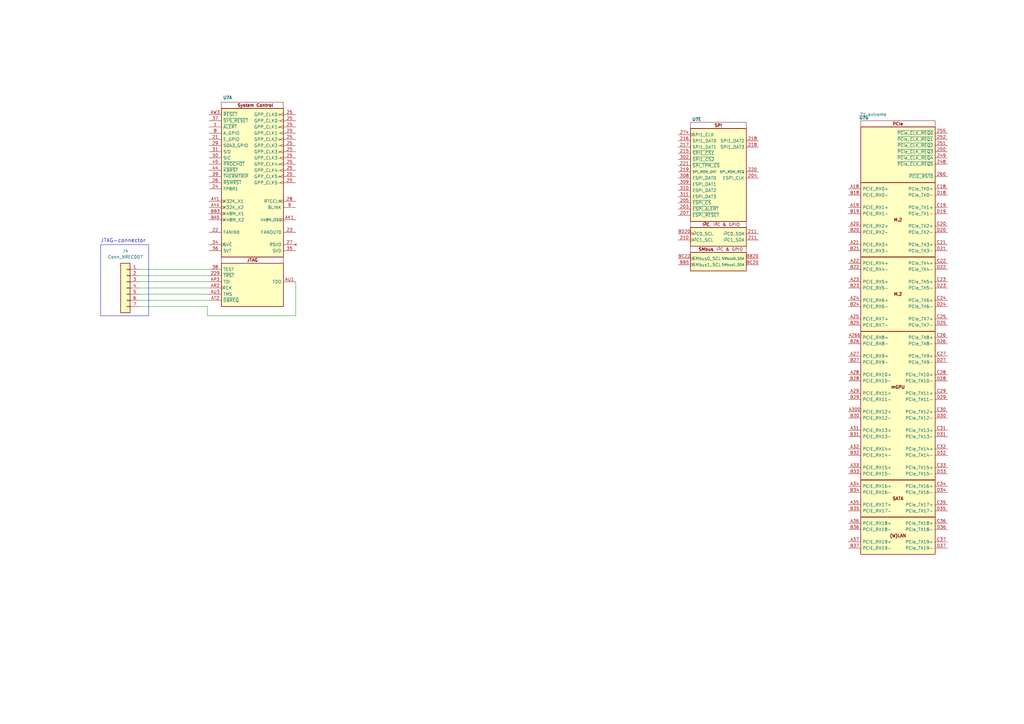
<source format=kicad_sch>
(kicad_sch (version 20230121) (generator eeschema)
  (paper "A3")
  (title_block (date "2023-05-06") (rev "A-A"))
  (lib_symbols
    (symbol "LRJ-parts:AMD_Z1_extreme_testpins" (pin_names (offset 0.7))
      (property "Reference" "U" (at -15.24 91.44 0))
      (property "Value" "Z1 extreme" (at -10.16 88.9 0))
      (symbol "AMD_Z1_extreme_testpins_1_0"
        (pin output line (at -17.78 30.48 0) (length 5.08) (name "~{ALERT}") (number "1"))
        (pin bidirectional line (at -17.78 25.4 0) (length 5.08) (name "E_GPIO") (number "21"))
        (pin input line (at -17.78 -12.7 0) (length 5.08) (name "FANIN0") (number "22"))
        (pin input line (at -17.78 -30.48 0) (length 5.08) (name "~{TRST}") (number "229"))
        (pin output line (at 17.78 -12.7 180) (length 5.08) (name "FANOUT0") (number "23"))
        (pin passive line (at -17.78 5.08 0) (length 5.08) (name "FP8R1") (number "24"))
        (pin output clock (at 17.78 35.56 180) (length 5.08) (name "GPP_CLK0+") (number "25"))
        (pin output clock (at 17.78 33.02 180) (length 5.08) (name "GPP_CLK0-") (number "25"))
        (pin output clock (at 17.78 30.48 180) (length 5.08) (name "GPP_CLK1+") (number "25"))
        (pin output clock (at 17.78 27.94 180) (length 5.08) (name "GPP_CLK1-") (number "25"))
        (pin output clock (at 17.78 25.4 180) (length 5.08) (name "GPP_CLK2+") (number "25"))
        (pin output clock (at 17.78 22.86 180) (length 5.08) (name "GPP_CLK2-") (number "25"))
        (pin output clock (at 17.78 20.32 180) (length 5.08) (name "GPP_CLK3+") (number "25"))
        (pin output clock (at 17.78 17.78 180) (length 5.08) (name "GPP_CLK3-") (number "25"))
        (pin output clock (at 17.78 15.24 180) (length 5.08) (name "GPP_CLK4+") (number "25"))
        (pin output clock (at 17.78 12.7 180) (length 5.08) (name "GPP_CLK4-") (number "25"))
        (pin output clock (at 17.78 10.16 180) (length 5.08) (name "GPP_CLK5+") (number "25"))
        (pin output clock (at 17.78 7.62 180) (length 5.08) (name "GPP_CLK5-") (number "25"))
        (pin input line (at -17.78 7.62 0) (length 5.08) (name "~{RSMRST}") (number "26"))
        (pin no_connect line (at 17.78 -17.78 180) (length 5.08) (name "RSVD") (number "27"))
        (pin output clock (at 17.78 0 180) (length 5.08) (name "RTCCLK") (number "28"))
        (pin bidirectional line (at -17.78 22.86 0) (length 5.08) (name "S0A3_GPIO") (number "29"))
        (pin output line (at -17.78 17.78 0) (length 5.08) (name "SIC") (number "30"))
        (pin bidirectional line (at -17.78 20.32 0) (length 5.08) (name "SID") (number "31"))
        (pin input clock (at -17.78 -17.78 0) (length 5.08) (name "SVC") (number "34"))
        (pin bidirectional line (at 17.78 -20.32 180) (length 5.08) (name "SVD") (number "35"))
        (pin input line (at -17.78 -20.32 0) (length 5.08) (name "SVT") (number "36"))
        (pin input line (at -17.78 33.02 0) (length 5.08) (name "~{SYS_RESET}") (number "37"))
        (pin input line (at -17.78 -27.94 0) (length 5.08) (name "TEST") (number "38"))
        (pin output line (at -17.78 10.16 0) (length 5.08) (name "~{THERMTRIP}") (number "39"))
        (pin input line (at -17.78 12.7 0) (length 5.08) (name "~{KBRST}") (number "44"))
        (pin input line (at -17.78 15.24 0) (length 5.08) (name "~{PROCHOT}") (number "45"))
        (pin bidirectional line (at -17.78 27.94 0) (length 5.08) (name "A_GPIO") (number "8"))
        (pin output line (at 17.78 -2.54 180) (length 5.08) (name "BLINK") (number "9"))
        (pin output clock (at 17.78 -7.62 180) (length 5.08) (name "X48M_OSC") (number "AK1"))
        (pin input line (at -17.78 -33.02 0) (length 5.08) (name "TDI") (number "AP3"))
        (pin input clock (at -17.78 -35.56 0) (length 5.08) (name "TCK") (number "AR2"))
        (pin input line (at -17.78 -40.64 0) (length 5.08) (name "~{DBREQ}") (number "AT2"))
        (pin output line (at 17.78 -33.02 180) (length 5.08) (name "TDO") (number "AU1"))
        (pin input line (at -17.78 -38.1 0) (length 5.08) (name "TMS") (number "AU3"))
        (pin input line (at -17.78 35.56 0) (length 5.08) (name "~{RESET}") (number "AW3"))
        (pin input clock (at -17.78 0 0) (length 5.08) (name "X32K_X1") (number "AY1"))
        (pin input clock (at -17.78 -2.54 0) (length 5.08) (name "X32K_X2") (number "AY4"))
        (pin input clock (at -17.78 -7.62 0) (length 5.08) (name "X48M_X2") (number "BA5"))
        (pin input clock (at -17.78 -5.08 0) (length 5.08) (name "X48M_X1") (number "BB3"))
      )
      (symbol "AMD_Z1_extreme_testpins_1_1"
        (text "JTAG" (at 0 -24.13 0) (effects (font (size 1.27 1.27) bold)))
        (text "System Control" (at 1.27 39.37 0) (effects (font (size 1.27 1.27) bold)))
      )
      (symbol "AMD_Z1_extreme_testpins_2_0"
        (pin bidirectional line (at -17.78 -17.78 0) (length 5.08) (name "MAA_DATA8") (number "100"))
        (pin bidirectional line (at -17.78 -20.32 0) (length 5.08) (name "MAA_DATA9") (number "101"))
        (pin output line (at 17.78 15.24 180) (length 5.08) (name "MAA_DM0") (number "102"))
        (pin output line (at 17.78 12.7 180) (length 5.08) (name "MAA_DM1") (number "103"))
        (pin output line (at 17.78 10.16 180) (length 5.08) (name "MAA_DM2") (number "104"))
        (pin output line (at 17.78 7.62 180) (length 5.08) (name "MAA_DM3") (number "105"))
        (pin bidirectional line (at -17.78 33.02 0) (length 5.08) (name "MAA_DQS_0") (number "106"))
        (pin bidirectional line (at -17.78 30.48 0) (length 5.08) (name "MAA_DQS_1") (number "107"))
        (pin bidirectional line (at -17.78 27.94 0) (length 5.08) (name "MAA_DQS_2") (number "108"))
        (pin bidirectional line (at -17.78 25.4 0) (length 5.08) (name "MAA_DQS_3") (number "109"))
        (pin bidirectional line (at -17.78 22.86 0) (length 5.08) (name "MAA_DQS_4") (number "110"))
        (pin output clock (at 17.78 -45.72 180) (length 5.08) (name "~{MAA0_CLK_0}") (number "111"))
        (pin output clock (at 17.78 -48.26 180) (length 5.08) (name "~{MAA0_CLK_1}") (number "112"))
        (pin output clock (at 17.78 -55.88 180) (length 5.08) (name "~{MAA1_CLK_0}") (number "113"))
        (pin bidirectional line (at -17.78 17.78 0) (length 5.08) (name "~{MAA_DQS_0}") (number "115"))
        (pin bidirectional line (at -17.78 15.24 0) (length 5.08) (name "~{MAA_DQS_1}") (number "116"))
        (pin bidirectional line (at -17.78 12.7 0) (length 5.08) (name "~{MAA_DQS_2}") (number "117"))
        (pin bidirectional line (at -17.78 10.16 0) (length 5.08) (name "~{MAA_DQS_3}") (number "118"))
        (pin bidirectional line (at -17.78 7.62 0) (length 5.08) (name "~{MAA_DQS_4}") (number "119"))
        (pin input line (at -17.78 53.34 0) (length 5.08) (name "~{MA_ALERT}") (number "120"))
        (pin input line (at -17.78 50.8 0) (length 5.08) (name "~{MA_RESET}") (number "121"))
        (pin output clock (at 17.78 -40.64 180) (length 5.08) (name "MAA0_CLK_0") (number "47"))
        (pin output clock (at 17.78 -43.18 180) (length 5.08) (name "MAA0_CLK_1") (number "48"))
        (pin output clock (at 17.78 -53.34 180) (length 5.08) (name "MAA1_CLK_0") (number "50"))
        (pin output line (at 17.78 53.34 180) (length 5.08) (name "MAA_CA0") (number "52"))
        (pin output line (at 17.78 50.8 180) (length 5.08) (name "MAA_CA1") (number "53"))
        (pin output line (at 17.78 27.94 180) (length 5.08) (name "MAA_CA10") (number "54"))
        (pin output line (at 17.78 25.4 180) (length 5.08) (name "MAA_CA11") (number "55"))
        (pin output line (at 17.78 22.86 180) (length 5.08) (name "MAA_CA12") (number "56"))
        (pin output line (at 17.78 20.32 180) (length 5.08) (name "MAA_CA13") (number "57"))
        (pin output line (at 17.78 48.26 180) (length 5.08) (name "MAA_CA2") (number "58"))
        (pin output line (at 17.78 45.72 180) (length 5.08) (name "MAA_CA3") (number "59"))
        (pin output line (at 17.78 43.18 180) (length 5.08) (name "MAA_CA4") (number "60"))
        (pin output line (at 17.78 40.64 180) (length 5.08) (name "MAA_CA5") (number "61"))
        (pin output line (at 17.78 38.1 180) (length 5.08) (name "MAA_CA6") (number "62"))
        (pin output line (at 17.78 35.56 180) (length 5.08) (name "MAA_CA7") (number "63"))
        (pin output line (at 17.78 33.02 180) (length 5.08) (name "MAA_CA8") (number "64"))
        (pin output line (at 17.78 30.48 180) (length 5.08) (name "MAA_CA9") (number "65"))
        (pin input line (at -17.78 45.72 0) (length 5.08) (name "MAA_CHECK0") (number "66"))
        (pin input line (at -17.78 43.18 0) (length 5.08) (name "MAA_CHECK1") (number "67"))
        (pin input line (at -17.78 40.64 0) (length 5.08) (name "MAA_CHECK2") (number "68"))
        (pin input line (at -17.78 38.1 0) (length 5.08) (name "MAA_CHECK3") (number "69"))
        (pin bidirectional line (at -17.78 2.54 0) (length 5.08) (name "MAA_DATA0") (number "70"))
        (pin bidirectional line (at -17.78 0 0) (length 5.08) (name "MAA_DATA1") (number "71"))
        (pin bidirectional line (at -17.78 -22.86 0) (length 5.08) (name "MAA_DATA10") (number "72"))
        (pin bidirectional line (at -17.78 -25.4 0) (length 5.08) (name "MAA_DATA11") (number "73"))
        (pin bidirectional line (at -17.78 -27.94 0) (length 5.08) (name "MAA_DATA12") (number "74"))
        (pin bidirectional line (at -17.78 -30.48 0) (length 5.08) (name "MAA_DATA13") (number "75"))
        (pin bidirectional line (at -17.78 -33.02 0) (length 5.08) (name "MAA_DATA14") (number "76"))
        (pin bidirectional line (at -17.78 -35.56 0) (length 5.08) (name "MAA_DATA15") (number "77"))
        (pin bidirectional line (at 17.78 2.54 180) (length 5.08) (name "MAA_DATA16") (number "78"))
        (pin bidirectional line (at 17.78 0 180) (length 5.08) (name "MAA_DATA17") (number "79"))
        (pin bidirectional line (at 17.78 -2.54 180) (length 5.08) (name "MAA_DATA18") (number "80"))
        (pin bidirectional line (at 17.78 -5.08 180) (length 5.08) (name "MAA_DATA19") (number "81"))
        (pin bidirectional line (at -17.78 -2.54 0) (length 5.08) (name "MAA_DATA2") (number "82"))
        (pin bidirectional line (at 17.78 -7.62 180) (length 5.08) (name "MAA_DATA20") (number "83"))
        (pin bidirectional line (at 17.78 -10.16 180) (length 5.08) (name "MAA_DATA21") (number "84"))
        (pin bidirectional line (at 17.78 -12.7 180) (length 5.08) (name "MAA_DATA22") (number "85"))
        (pin bidirectional line (at 17.78 -15.24 180) (length 5.08) (name "MAA_DATA23") (number "86"))
        (pin bidirectional line (at 17.78 -17.78 180) (length 5.08) (name "MAA_DATA24") (number "87"))
        (pin bidirectional line (at 17.78 -20.32 180) (length 5.08) (name "MAA_DATA25") (number "88"))
        (pin bidirectional line (at 17.78 -22.86 180) (length 5.08) (name "MAA_DATA26") (number "89"))
        (pin bidirectional line (at 17.78 -25.4 180) (length 5.08) (name "MAA_DATA27") (number "90"))
        (pin bidirectional line (at 17.78 -27.94 180) (length 5.08) (name "MAA_DATA28") (number "91"))
        (pin bidirectional line (at 17.78 -30.48 180) (length 5.08) (name "MAA_DATA29") (number "92"))
        (pin bidirectional line (at -17.78 -5.08 0) (length 5.08) (name "MAA_DATA3") (number "93"))
        (pin bidirectional line (at 17.78 -33.02 180) (length 5.08) (name "MAA_DATA30") (number "94"))
        (pin bidirectional line (at 17.78 -35.56 180) (length 5.08) (name "MAA_DATA31") (number "95"))
        (pin bidirectional line (at -17.78 -7.62 0) (length 5.08) (name "MAA_DATA4") (number "96"))
        (pin bidirectional line (at -17.78 -10.16 0) (length 5.08) (name "MAA_DATA5") (number "97"))
        (pin bidirectional line (at -17.78 -12.7 0) (length 5.08) (name "MAA_DATA6") (number "98"))
        (pin bidirectional line (at -17.78 -15.24 0) (length 5.08) (name "MAA_DATA7") (number "99"))
      )
      (symbol "AMD_Z1_extreme_testpins_2_1"
        (text "Memory Channel A" (at 0 57.15 0) (effects (font (size 1.27 1.27) bold)))
      )
      (symbol "AMD_Z1_extreme_testpins_3_0"
        (pin output clock (at 17.78 -45.72 180) (length 5.08) (name "~{MAB1_CLK_0}") (number "111"))
        (pin output clock (at 17.78 -48.26 180) (length 5.08) (name "~{MAB1_CLK_1}") (number "112"))
        (pin output clock (at 17.78 -55.88 180) (length 5.08) (name "~{MAA1_CLK_1}") (number "114"))
        (pin output line (at 17.78 53.34 180) (length 5.08) (name "MAB_CA0") (number "123"))
        (pin output line (at 17.78 50.8 180) (length 5.08) (name "MAB_CA1") (number "124"))
        (pin output line (at 17.78 27.94 180) (length 5.08) (name "MAB_CA10") (number "125"))
        (pin output line (at 17.78 25.4 180) (length 5.08) (name "MAB_CA11") (number "126"))
        (pin output line (at 17.78 22.86 180) (length 5.08) (name "MAB_CA12") (number "127"))
        (pin output line (at 17.78 20.32 180) (length 5.08) (name "MAB_CA13") (number "128"))
        (pin output line (at 17.78 48.26 180) (length 5.08) (name "MAB_CA2") (number "129"))
        (pin output line (at 17.78 45.72 180) (length 5.08) (name "MAB_CA3") (number "130"))
        (pin output line (at 17.78 43.18 180) (length 5.08) (name "MAB_CA4") (number "131"))
        (pin output line (at 17.78 40.64 180) (length 5.08) (name "MAB_CA5") (number "132"))
        (pin output line (at 17.78 38.1 180) (length 5.08) (name "MAB_CA6") (number "133"))
        (pin output line (at 17.78 35.56 180) (length 5.08) (name "MAB_CA7") (number "134"))
        (pin output line (at 17.78 33.02 180) (length 5.08) (name "MAB_CA8") (number "135"))
        (pin output line (at 17.78 30.48 180) (length 5.08) (name "MAB_CA9") (number "136"))
        (pin input line (at -17.78 45.72 0) (length 5.08) (name "MAB_CHECK0") (number "137"))
        (pin input line (at -17.78 43.18 0) (length 5.08) (name "MAB_CHECK1") (number "138"))
        (pin input line (at -17.78 40.64 0) (length 5.08) (name "MAB_CHECK2") (number "139"))
        (pin input line (at -17.78 38.1 0) (length 5.08) (name "MAB_CHECK3") (number "140"))
        (pin bidirectional line (at -17.78 2.54 0) (length 5.08) (name "MAB_DATA0") (number "141"))
        (pin bidirectional line (at -17.78 0 0) (length 5.08) (name "MAB_DATA1") (number "142"))
        (pin bidirectional line (at -17.78 -22.86 0) (length 5.08) (name "MAB_DATA10") (number "143"))
        (pin bidirectional line (at -17.78 -25.4 0) (length 5.08) (name "MAB_DATA11") (number "144"))
        (pin bidirectional line (at -17.78 -27.94 0) (length 5.08) (name "MAB_DATA12") (number "145"))
        (pin bidirectional line (at -17.78 -30.48 0) (length 5.08) (name "MAB_DATA13") (number "146"))
        (pin bidirectional line (at -17.78 -33.02 0) (length 5.08) (name "MAB_DATA14") (number "147"))
        (pin bidirectional line (at -17.78 -35.56 0) (length 5.08) (name "MAB_DATA15") (number "148"))
        (pin bidirectional line (at 17.78 2.54 180) (length 5.08) (name "MAB_DATA16") (number "149"))
        (pin bidirectional line (at 17.78 0 180) (length 5.08) (name "MAB_DATA17") (number "150"))
        (pin bidirectional line (at 17.78 -2.54 180) (length 5.08) (name "MAB_DATA18") (number "151"))
        (pin bidirectional line (at 17.78 -5.08 180) (length 5.08) (name "MAB_DATA19") (number "152"))
        (pin bidirectional line (at -17.78 -2.54 0) (length 5.08) (name "MAB_DATA2") (number "153"))
        (pin bidirectional line (at 17.78 -7.62 180) (length 5.08) (name "MAB_DATA20") (number "154"))
        (pin bidirectional line (at 17.78 -10.16 180) (length 5.08) (name "MAB_DATA21") (number "155"))
        (pin bidirectional line (at 17.78 -12.7 180) (length 5.08) (name "MAB_DATA22") (number "156"))
        (pin bidirectional line (at 17.78 -15.24 180) (length 5.08) (name "MAB_DATA23") (number "157"))
        (pin bidirectional line (at 17.78 -17.78 180) (length 5.08) (name "MAB_DATA24") (number "158"))
        (pin bidirectional line (at 17.78 -20.32 180) (length 5.08) (name "MAB_DATA25") (number "159"))
        (pin bidirectional line (at 17.78 -22.86 180) (length 5.08) (name "MAB_DATA26") (number "160"))
        (pin bidirectional line (at 17.78 -25.4 180) (length 5.08) (name "MAB_DATA27") (number "161"))
        (pin bidirectional line (at 17.78 -27.94 180) (length 5.08) (name "MAB_DATA28") (number "162"))
        (pin bidirectional line (at 17.78 -30.48 180) (length 5.08) (name "MAB_DATA29") (number "163"))
        (pin bidirectional line (at -17.78 -5.08 0) (length 5.08) (name "MAB_DATA3") (number "164"))
        (pin bidirectional line (at 17.78 -33.02 180) (length 5.08) (name "MAB_DATA30") (number "165"))
        (pin bidirectional line (at 17.78 -35.56 180) (length 5.08) (name "MAB_DATA31") (number "166"))
        (pin bidirectional line (at -17.78 -7.62 0) (length 5.08) (name "MAB_DATA4") (number "167"))
        (pin bidirectional line (at -17.78 -10.16 0) (length 5.08) (name "MAB_DATA5") (number "168"))
        (pin bidirectional line (at -17.78 -12.7 0) (length 5.08) (name "MAB_DATA6") (number "169"))
        (pin bidirectional line (at -17.78 -15.24 0) (length 5.08) (name "MAB_DATA7") (number "170"))
        (pin bidirectional line (at -17.78 -17.78 0) (length 5.08) (name "MAB_DATA8") (number "171"))
        (pin bidirectional line (at -17.78 -20.32 0) (length 5.08) (name "MAB_DATA9") (number "172"))
        (pin output line (at 17.78 15.24 180) (length 5.08) (name "MAB_DM0") (number "173"))
        (pin output line (at 17.78 12.7 180) (length 5.08) (name "MAB_DM1") (number "174"))
        (pin input line (at -17.78 50.8 0) (length 5.08) (name "~{MB_RESET}") (number "276"))
        (pin input line (at -17.78 53.34 0) (length 5.08) (name "~{MB_ALERT}") (number "277"))
        (pin bidirectional line (at -17.78 7.62 0) (length 5.08) (name "~{MAB_DQS_4}") (number "278"))
        (pin bidirectional line (at -17.78 10.16 0) (length 5.08) (name "~{MAB_DQS_3}") (number "279"))
        (pin bidirectional line (at -17.78 12.7 0) (length 5.08) (name "~{MAB_DQS_2}") (number "280"))
        (pin bidirectional line (at -17.78 15.24 0) (length 5.08) (name "~{MAB_DQS_1}") (number "281"))
        (pin bidirectional line (at -17.78 17.78 0) (length 5.08) (name "~{MAB_DQS_0}") (number "282"))
        (pin bidirectional line (at -17.78 22.86 0) (length 5.08) (name "MAB_DQS_4") (number "283"))
        (pin bidirectional line (at -17.78 25.4 0) (length 5.08) (name "MAB_DQS_3") (number "284"))
        (pin bidirectional line (at -17.78 27.94 0) (length 5.08) (name "MAB_DQS_2") (number "285"))
        (pin bidirectional line (at -17.78 30.48 0) (length 5.08) (name "MAB_DQS_1") (number "286"))
        (pin bidirectional line (at -17.78 33.02 0) (length 5.08) (name "MAB_DQS_0") (number "287"))
        (pin output line (at 17.78 7.62 180) (length 5.08) (name "MAB_DM3") (number "288"))
        (pin output line (at 17.78 10.16 180) (length 5.08) (name "MAB_DM2") (number "289"))
        (pin output clock (at 17.78 -40.64 180) (length 5.08) (name "MAB1_CLK_0") (number "47"))
        (pin output clock (at 17.78 -43.18 180) (length 5.08) (name "MAB1_CLK_1") (number "48"))
        (pin output clock (at 17.78 -53.34 180) (length 5.08) (name "MAA1_CLK_1") (number "51"))
      )
      (symbol "AMD_Z1_extreme_testpins_3_1"
        (text "Memory Channel B" (at 0 57.15 0) (effects (font (size 1.27 1.27) bold)))
      )
      (symbol "AMD_Z1_extreme_testpins_4_0"
        (pin input line (at -20.32 -27.94 0) (length 5.08) (name "USB1_RX+") (number "175"))
        (pin input line (at -20.32 38.1 0) (length 5.08) (name "USBC0_RX1+") (number "176"))
        (pin input line (at -20.32 35.56 0) (length 5.08) (name "USBC0_RX1-") (number "177"))
        (pin input line (at -20.32 33.02 0) (length 5.08) (name "USBC0_RX2+") (number "178"))
        (pin input line (at -20.32 30.48 0) (length 5.08) (name "USBC0_RX2-") (number "179"))
        (pin input line (at -20.32 27.94 0) (length 5.08) (name "USBC0_SBRX") (number "180"))
        (pin output line (at 20.32 27.94 180) (length 5.08) (name "USBC0_SBTX") (number "181"))
        (pin output line (at 20.32 38.1 180) (length 5.08) (name "USBC0_TX1+") (number "182"))
        (pin output line (at 20.32 35.56 180) (length 5.08) (name "USBC0_TX1-") (number "183"))
        (pin output line (at 20.32 33.02 180) (length 5.08) (name "USBC0_TX2+") (number "184"))
        (pin output line (at 20.32 30.48 180) (length 5.08) (name "USBC0_TX2-") (number "185"))
        (pin input line (at -20.32 22.86 0) (length 5.08) (name "USBC1_RX1+") (number "186"))
        (pin input line (at -20.32 20.32 0) (length 5.08) (name "USBC1_RX1-") (number "187"))
        (pin input line (at -20.32 17.78 0) (length 5.08) (name "USBC1_RX2+") (number "188"))
        (pin input line (at -20.32 15.24 0) (length 5.08) (name "USBC1_RX2-") (number "189"))
        (pin input line (at -20.32 12.7 0) (length 5.08) (name "USBC1_SBRX") (number "190"))
        (pin output line (at 20.32 12.7 180) (length 5.08) (name "USBC1_SBTX") (number "191"))
        (pin output line (at 20.32 22.86 180) (length 5.08) (name "USBC1_TX1+") (number "192"))
        (pin output line (at 20.32 20.32 180) (length 5.08) (name "USBC1_TX1-") (number "193"))
        (pin output line (at 20.32 17.78 180) (length 5.08) (name "USBC1_TX2+") (number "194"))
        (pin output line (at 20.32 15.24 180) (length 5.08) (name "USBC1_TX2-") (number "195"))
        (pin unspecified clock (at -20.32 5.08 0) (length 5.08) (name "USBC_I2C_SCL") (number "196"))
        (pin bidirectional line (at -20.32 7.62 0) (length 5.08) (name "USBC_I2C_SDA") (number "197"))
        (pin output line (at 20.32 7.62 180) (length 5.08) (name "USBC_PD_INT") (number "198"))
        (pin input line (at -20.32 -2.54 0) (length 5.08) (name "USB_BIOS_UPDATE") (number "199"))
        (pin input line (at -20.32 -5.08 0) (length 5.08) (name "~{USB_OC0}") (number "200"))
        (pin input line (at -20.32 -20.32 0) (length 5.08) (name "~{USB_OC1}") (number "201"))
        (pin input line (at -20.32 -38.1 0) (length 5.08) (name "~{USB_OC2}") (number "202"))
        (pin input line (at 20.32 -12.7 180) (length 5.08) (name "USB0_TX+") (number "214"))
        (pin bidirectional line (at -20.32 -40.64 0) (length 5.08) (name "USB2_D+") (number "265"))
        (pin bidirectional line (at -20.32 -7.62 0) (length 5.08) (name "USB0_D+") (number "266"))
        (pin bidirectional line (at -20.32 -43.18 0) (length 5.08) (name "USB2_D-") (number "267"))
        (pin bidirectional line (at -20.32 -10.16 0) (length 5.08) (name "USB0_D-") (number "268"))
        (pin input line (at -20.32 -12.7 0) (length 5.08) (name "USB0_RX+") (number "269"))
        (pin input line (at -20.32 -15.24 0) (length 5.08) (name "USB0_RX-") (number "270"))
        (pin output line (at 20.32 -15.24 180) (length 5.08) (name "USB0_TX-") (number "271"))
        (pin bidirectional line (at -20.32 -22.86 0) (length 5.08) (name "USB1_D+") (number "272"))
        (pin bidirectional line (at -20.32 -25.4 0) (length 5.08) (name "USB1_D-") (number "273"))
        (pin input line (at -20.32 -30.48 0) (length 5.08) (name "USB1_RX-") (number "290"))
        (pin input line (at 20.32 -27.94 180) (length 5.08) (name "USB1_TX+") (number "291"))
        (pin input line (at 20.32 -30.48 180) (length 5.08) (name "USB1_TX-") (number "292"))
      )
      (symbol "AMD_Z1_extreme_testpins_4_1"
        (text "USB 2.0" (at 0 -34.29 0) (effects (font (size 1.27 1.27) bold)))
        (text "USB 3.1" (at 0 1.27 0) (effects (font (size 1.27 1.27) bold)))
        (text "USB 4.0" (at 0 41.91 0) (effects (font (size 1.27 1.27) bold)))
      )
      (symbol "AMD_Z1_extreme_testpins_5_0"
        (pin input line (at -17.78 -5.08 0) (length 5.08) (name "~{ESPI_ALERT}") (number "203"))
        (pin output line (at 15.24 7.62 180) (length 5.08) (name "ESPI_CLK") (number "204"))
        (pin input line (at -17.78 -2.54 0) (length 5.08) (name "~{ESPI_CS}") (number "205"))
        (pin input line (at -17.78 -7.62 0) (length 5.08) (name "~{ESPI_RESET}") (number "207"))
        (pin input clock (at -17.78 -17.78 0) (length 5.08) (name "I^{2}C1_SCL") (number "210"))
        (pin bidirectional line (at 15.24 -15.24 180) (length 5.08) (name "I^{2}C0_SDA") (number "211"))
        (pin bidirectional line (at 15.24 -17.78 180) (length 5.08) (name "I^{2}C1_SDA") (number "211"))
        (pin input line (at -17.78 17.78 0) (length 5.08) (name "~{SPI1_CS1}") (number "215"))
        (pin bidirectional line (at -17.78 22.86 0) (length 5.08) (name "SPI1_DAT0") (number "216"))
        (pin bidirectional line (at -17.78 20.32 0) (length 5.08) (name "SPI1_DAT1") (number "217"))
        (pin bidirectional line (at 15.24 22.86 180) (length 5.08) (name "SPI1_DAT2") (number "218"))
        (pin bidirectional line (at 15.24 20.32 180) (length 5.08) (name "SPI1_DAT3") (number "218"))
        (pin input line (at -17.78 10.16 0) (length 5.08) (name "SPI_ROM_GNT") (number "219"))
        (pin output line (at 15.24 10.16 180) (length 5.08) (name "SPI_ROM_REQ") (number "220"))
        (pin input line (at -17.78 12.7 0) (length 5.08) (name "~{SPI_TPM_CS}") (number "221"))
        (pin output clock (at -17.78 25.4 0) (length 5.08) (name "SPI1_CLK") (number "274"))
        (pin input line (at -17.78 15.24 0) (length 5.08) (name "~{SPI1_CS2}") (number "302"))
        (pin bidirectional line (at -17.78 7.62 0) (length 5.08) (name "ESPI_DAT0") (number "308"))
        (pin bidirectional line (at -17.78 5.08 0) (length 5.08) (name "ESPI_DAT1") (number "309"))
        (pin bidirectional line (at -17.78 2.54 0) (length 5.08) (name "ESPI_DAT2") (number "310"))
        (pin bidirectional line (at -17.78 0 0) (length 5.08) (name "ESPI_DAT3") (number "311"))
        (pin bidirectional line (at 15.24 -25.4 180) (length 5.08) (name "SMbus0_SDA") (number "BB20"))
        (pin input clock (at -17.78 -27.94 0) (length 5.08) (name "SMbus1_SCL") (number "BB5"))
        (pin bidirectional line (at 15.24 -27.94 180) (length 5.08) (name "SMbus1_SDA") (number "BC20"))
        (pin input clock (at -17.78 -25.4 0) (length 5.08) (name "SMbus0_SCL") (number "BC22"))
        (pin input clock (at -17.78 -15.24 0) (length 5.08) (name "I^{2}C0_SCL") (number "BD20"))
      )
      (symbol "AMD_Z1_extreme_testpins_5_1"
        (text ", I^{2}C & GPIO" (at 2.54 -21.59 0) (effects (font (size 1.27 1.27))))
        (text ", I^{3}C & GPIO" (at 1.27 -11.43 0) (effects (font (size 1.27 1.27))))
        (text "I^{2}C" (at -6.35 -11.43 0) (effects (font (size 1.27 1.27) bold)))
        (text "SMbus" (at -6.35 -21.59 0) (effects (font (size 1.27 1.27) bold)))
        (text "SPI" (at -1.27 29.21 0) (effects (font (size 1.27 1.27) bold)))
      )
      (symbol "AMD_Z1_extreme_testpins_6_0"
        (pin input line (at -25.4 -2.54 0) (length 5.08) (name "~{PWR_BTN}") (number "230"))
        (pin input line (at -25.4 -20.32 0) (length 5.08) (name "PWR_GOOD") (number "231"))
        (pin power_in line (at 5.08 38.1 270) (length 5.08) (name "VDDBT_RTC_G") (number "232"))
        (pin power_in line (at -12.7 38.1 270) (length 5.08) (name "VDDCR") (number "233"))
        (pin input line (at -25.4 15.24 0) (length 5.08) (name "VDDCR_SENSE") (number "234"))
        (pin power_in line (at -10.16 38.1 270) (length 5.08) (name "VDDCR_SOC") (number "235"))
        (pin input line (at -25.4 12.7 0) (length 5.08) (name "VDDCR_SOC_SENSE") (number "236"))
        (pin input line (at -25.4 17.78 0) (length 5.08) (name "VDDIO_MEM_S3_SENSE") (number "239"))
        (pin power_in line (at -2.54 38.1 270) (length 5.08) (name "VDD_18") (number "240"))
        (pin power_in line (at 0 38.1 270) (length 5.08) (name "VDD_18_S5") (number "241"))
        (pin power_in line (at -7.62 38.1 270) (length 5.08) (name "VDD_33") (number "242"))
        (pin power_in line (at -5.08 38.1 270) (length 5.08) (name "VDD_33_S5") (number "243"))
        (pin power_in line (at 10.16 38.1 270) (length 5.08) (name "VDD_MISC") (number "244"))
        (pin power_in line (at 2.54 38.1 270) (length 5.08) (name "VDD_MISC_S5") (number "245"))
        (pin input line (at -25.4 7.62 0) (length 5.08) (name "VDD_MISC_S5_SENSE") (number "246"))
        (pin input line (at -25.4 10.16 0) (length 5.08) (name "VDD_MISC_SENSE") (number "247"))
        (pin input line (at -25.4 -25.4 0) (length 5.08) (name "VSS_SENSE_A") (number "253"))
        (pin input line (at -25.4 -27.94 0) (length 5.08) (name "VSS_SENSE_B") (number "254"))
        (pin input line (at -25.4 2.54 0) (length 5.08) (name "~{SLP_S3}") (number "32"))
        (pin input line (at -25.4 0 0) (length 5.08) (name "~{SLP_S5}") (number "32"))
        (pin passive line (at -17.78 -53.34 90) (length 5.08) hide (name "Vss") (number "A10"))
        (pin passive line (at -17.78 -53.34 90) (length 5.08) hide (name "Vss") (number "A12"))
        (pin passive line (at -17.78 -53.34 90) (length 5.08) hide (name "Vss") (number "A14"))
        (pin passive line (at -17.78 -53.34 90) (length 5.08) hide (name "Vss") (number "A16"))
        (pin power_in line (at -17.78 -53.34 90) (length 5.08) (name "Vss") (number "A3"))
        (pin passive line (at -17.78 -53.34 90) (length 5.08) hide (name "Vss") (number "A5"))
        (pin passive line (at -17.78 -53.34 90) (length 5.08) hide (name "Vss") (number "A7"))
        (pin power_in line (at 17.78 38.1 270) (length 5.08) (name "VDDIO_MEM_S3") (number "AC20"))
        (pin passive line (at 20.32 38.1 270) (length 5.08) hide (name "VDDIO_MEM_S3") (number "AC28"))
        (pin passive line (at 20.32 38.1 270) (length 5.08) hide (name "VDDIO_MEM_S3") (number "AD28"))
        (pin passive line (at 17.78 38.1 270) (length 5.08) hide (name "VDDIO_MEM_S3") (number "AE20"))
        (pin power_in line (at 20.32 38.1 270) (length 5.08) (name "VDDIO_MEM_S3") (number "AE28"))
        (pin passive line (at 20.32 38.1 270) (length 5.08) hide (name "VDDIO_MEM_S3") (number "AF28"))
        (pin passive line (at 17.78 38.1 270) (length 5.08) hide (name "VDDIO_MEM_S3") (number "AG20"))
        (pin power_in line (at 22.86 38.1 270) (length 5.08) (name "VDDIO_MEM_S3") (number "AG28"))
        (pin passive line (at 17.78 38.1 270) (length 5.08) hide (name "VDDIO_MEM_S3") (number "AJ20"))
        (pin passive line (at 22.86 38.1 270) (length 5.08) hide (name "VDDIO_MEM_S3") (number "AJ28"))
        (pin passive line (at 22.86 38.1 270) (length 5.08) hide (name "VDDIO_MEM_S3") (number "AK28"))
        (pin passive line (at 22.86 38.1 270) (length 5.08) hide (name "VDDIO_MEM_S3") (number "AL28"))
        (pin power_in line (at 25.4 38.1 270) (length 5.08) (name "VDDIO_MEM_S3") (number "AM28"))
        (pin passive line (at 25.4 38.1 270) (length 5.08) hide (name "VDDIO_MEM_S3") (number "AN28"))
        (pin passive line (at 25.4 38.1 270) (length 5.08) hide (name "VDDIO_MEM_S3") (number "AP28"))
        (pin power_in line (at 12.7 38.1 270) (length 5.08) (name "VDDIO_AUDIO") (number "AP9"))
        (pin passive line (at -7.62 -53.34 90) (length 5.08) hide (name "Vss") (number "AY10"))
        (pin passive line (at -7.62 -53.34 90) (length 5.08) hide (name "Vss") (number "AY11"))
        (pin passive line (at -7.62 -53.34 90) (length 5.08) hide (name "Vss") (number "AY12"))
        (pin passive line (at -7.62 -53.34 90) (length 5.08) hide (name "Vss") (number "AY13"))
        (pin passive line (at -7.62 -53.34 90) (length 5.08) hide (name "Vss") (number "AY14"))
        (pin passive line (at -7.62 -53.34 90) (length 5.08) hide (name "Vss") (number "AY15"))
        (pin passive line (at -7.62 -53.34 90) (length 5.08) hide (name "Vss") (number "AY16"))
        (pin power_in line (at -7.62 -53.34 90) (length 5.08) (name "Vss") (number "AY6"))
        (pin passive line (at -7.62 -53.34 90) (length 5.08) hide (name "Vss") (number "AY7"))
        (pin passive line (at -7.62 -53.34 90) (length 5.08) hide (name "Vss") (number "AY8"))
        (pin input line (at -25.4 -5.08 0) (length 5.08) (name "~{WAKE0}") (number "B28"))
        (pin input line (at -25.4 -7.62 0) (length 5.08) (name "~{WAKE1}") (number "B28"))
        (pin input line (at -25.4 -10.16 0) (length 5.08) (name "~{WAKE2}") (number "B28"))
        (pin input line (at -25.4 -12.7 0) (length 5.08) (name "~{WAKE3}") (number "B28"))
        (pin input line (at -25.4 -15.24 0) (length 5.08) (name "~{WAKE4}") (number "B28"))
        (pin input line (at -25.4 -17.78 0) (length 5.08) (name "~{WAKE5}") (number "B28"))
        (pin power_in line (at -5.08 -53.34 90) (length 5.08) (name "Vss") (number "BD10"))
        (pin passive line (at -5.08 -53.34 90) (length 5.08) hide (name "Vss") (number "BD12"))
        (pin passive line (at -5.08 -53.34 90) (length 5.08) hide (name "Vss") (number "BD14"))
        (pin passive line (at -5.08 -53.34 90) (length 5.08) hide (name "Vss") (number "BD16"))
        (pin passive line (at -2.54 -53.34 90) (length 5.08) hide (name "Vss") (number "BD19"))
        (pin passive line (at -2.54 -53.34 90) (length 5.08) hide (name "Vss") (number "BD21"))
        (pin power_in line (at -2.54 -53.34 90) (length 5.08) (name "Vss") (number "BD23"))
        (pin passive line (at -2.54 -53.34 90) (length 5.08) hide (name "Vss") (number "BD26"))
        (pin passive line (at -5.08 -53.34 90) (length 5.08) hide (name "Vss") (number "BD3"))
        (pin passive line (at -2.54 -53.34 90) (length 5.08) hide (name "Vss") (number "BD30"))
        (pin passive line (at -5.08 -53.34 90) (length 5.08) hide (name "Vss") (number "BD7"))
        (pin passive line (at -17.78 -53.34 90) (length 5.08) hide (name "Vss") (number "C10"))
        (pin passive line (at -17.78 -53.34 90) (length 5.08) hide (name "Vss") (number "C3"))
        (pin passive line (at -15.24 -53.34 90) (length 5.08) hide (name "Vss") (number "E10"))
        (pin passive line (at -15.24 -53.34 90) (length 5.08) hide (name "Vss") (number "E11"))
        (pin passive line (at -15.24 -53.34 90) (length 5.08) hide (name "Vss") (number "E12"))
        (pin passive line (at -15.24 -53.34 90) (length 5.08) hide (name "Vss") (number "E13"))
        (pin passive line (at -15.24 -53.34 90) (length 5.08) hide (name "Vss") (number "E14"))
        (pin passive line (at -15.24 -53.34 90) (length 5.08) hide (name "Vss") (number "E15"))
        (pin passive line (at -15.24 -53.34 90) (length 5.08) hide (name "Vss") (number "E16"))
        (pin power_in line (at -15.24 -53.34 90) (length 5.08) (name "Vss") (number "E7"))
        (pin passive line (at -15.24 -53.34 90) (length 5.08) hide (name "Vss") (number "E8"))
        (pin passive line (at -15.24 -53.34 90) (length 5.08) hide (name "Vss") (number "E9"))
        (pin passive line (at -12.7 -53.34 90) (length 5.08) hide (name "Vss") (number "F5"))
        (pin power_in line (at -12.7 -53.34 90) (length 5.08) (name "Vss") (number "G1"))
        (pin passive line (at -12.7 -53.34 90) (length 5.08) hide (name "Vss") (number "G16"))
        (pin passive line (at -12.7 -53.34 90) (length 5.08) hide (name "Vss") (number "G3"))
        (pin passive line (at -12.7 -53.34 90) (length 5.08) hide (name "Vss") (number "G5"))
        (pin passive line (at -10.16 -53.34 90) (length 5.08) hide (name "Vss") (number "H13"))
        (pin passive line (at -10.16 -53.34 90) (length 5.08) hide (name "Vss") (number "H5"))
        (pin power_in line (at -10.16 -53.34 90) (length 5.08) (name "Vss") (number "K1"))
        (pin passive line (at -10.16 -53.34 90) (length 5.08) hide (name "Vss") (number "K16"))
        (pin passive line (at -10.16 -53.34 90) (length 5.08) hide (name "Vss") (number "K3"))
        (pin passive line (at -10.16 -53.34 90) (length 5.08) hide (name "Vss") (number "K5"))
        (pin passive line (at -10.16 -53.34 90) (length 5.08) hide (name "Vss") (number "L13"))
        (pin passive line (at -10.16 -53.34 90) (length 5.08) hide (name "Vss") (number "L15"))
        (pin passive line (at -10.16 -53.34 90) (length 5.08) hide (name "Vss") (number "L5"))
      )
      (symbol "AMD_Z1_extreme_testpins_6_1"
        (text "A" (at -13.97 -32.131 0) (effects (font (size 0.33 0.33))))
        (text "K" (at -14.605 -35.56 0) (effects (font (size 0.33 0.33))))
      )
      (symbol "AMD_Z1_extreme_testpins_7_0"
        (pin output line (at 20.32 68.58 180) (length 5.08) (name "~{PCIe_CLK_REQ5}") (number "248"))
        (pin output line (at 20.32 71.12 180) (length 5.08) (name "~{PCIe_CLK_REQ4}") (number "249"))
        (pin output line (at 20.32 73.66 180) (length 5.08) (name "~{PCIe_CLK_REQ3}") (number "250"))
        (pin output line (at 20.32 76.2 180) (length 5.08) (name "~{PCIe_CLK_REQ2}") (number "251"))
        (pin output line (at 20.32 78.74 180) (length 5.08) (name "~{PCIe_CLK_REQ1}") (number "252"))
        (pin output line (at 20.32 81.28 180) (length 5.08) (name "~{PCIe_CLK_REQ0}") (number "255"))
        (pin output line (at 20.32 63.5 180) (length 5.08) (name "~{PCIE_RST0}") (number "260"))
        (pin input line (at -20.32 58.42 0) (length 5.08) (name "PCIE_RX0+") (number "A18"))
        (pin input line (at -20.32 50.8 0) (length 5.08) (name "PCIE_RX1+") (number "A19"))
        (pin input line (at -20.32 43.18 0) (length 5.08) (name "PCIE_RX2+") (number "A20"))
        (pin input line (at -20.32 35.56 0) (length 5.08) (name "PCIE_RX3+") (number "A21"))
        (pin input line (at -20.32 27.94 0) (length 5.08) (name "PCIE_RX4+") (number "A22"))
        (pin input line (at -20.32 20.32 0) (length 5.08) (name "PCIE_RX5+") (number "A23"))
        (pin input line (at -20.32 12.7 0) (length 5.08) (name "PCIE_RX6+") (number "A24"))
        (pin input line (at -20.32 5.08 0) (length 5.08) (name "PCIE_RX7+") (number "A25"))
        (pin input line (at -20.32 -2.54 0) (length 5.08) (name "PCIE_RX8+") (number "A266"))
        (pin input line (at -20.32 -10.16 0) (length 5.08) (name "PCIE_RX9+") (number "A27"))
        (pin input line (at -20.32 -17.78 0) (length 5.08) (name "PCIE_RX10+") (number "A28"))
        (pin input line (at -20.32 -25.4 0) (length 5.08) (name "PCIE_RX11+") (number "A29"))
        (pin input line (at -20.32 -33.02 0) (length 5.08) (name "PCIE_RX12+") (number "A300"))
        (pin input line (at -20.32 -40.64 0) (length 5.08) (name "PCIE_RX13+") (number "A31"))
        (pin input line (at -20.32 -48.26 0) (length 5.08) (name "PCIE_RX14+") (number "A32"))
        (pin input line (at -20.32 -55.88 0) (length 5.08) (name "PCIE_RX15+") (number "A33"))
        (pin input line (at -20.32 -63.5 0) (length 5.08) (name "PCIE_RX16+") (number "A34"))
        (pin input line (at -20.32 -71.12 0) (length 5.08) (name "PCIE_RX17+") (number "A35"))
        (pin input line (at -20.32 -78.74 0) (length 5.08) (name "PCIE_RX18+") (number "A36"))
        (pin input line (at -20.32 -86.36 0) (length 5.08) (name "PCIE_RX19+") (number "A37"))
        (pin input line (at -20.32 55.88 0) (length 5.08) (name "PCIE_RX0-") (number "B18"))
        (pin input line (at -20.32 48.26 0) (length 5.08) (name "PCIE_RX1-") (number "B19"))
        (pin input line (at -20.32 40.64 0) (length 5.08) (name "PCIE_RX2-") (number "B20"))
        (pin input line (at -20.32 33.02 0) (length 5.08) (name "PCIE_RX3-") (number "B21"))
        (pin input line (at -20.32 25.4 0) (length 5.08) (name "PCIE_RX4-") (number "B22"))
        (pin input line (at -20.32 17.78 0) (length 5.08) (name "PCIE_RX5-") (number "B23"))
        (pin input line (at -20.32 10.16 0) (length 5.08) (name "PCIE_RX6-") (number "B24"))
        (pin input line (at -20.32 2.54 0) (length 5.08) (name "PCIE_RX7-") (number "B25"))
        (pin input line (at -20.32 -5.08 0) (length 5.08) (name "PCIE_RX8-") (number "B26"))
        (pin input line (at -20.32 -12.7 0) (length 5.08) (name "PCIE_RX9-") (number "B27"))
        (pin input line (at -20.32 -20.32 0) (length 5.08) (name "PCIE_RX10-") (number "B28"))
        (pin input line (at -20.32 -27.94 0) (length 5.08) (name "PCIE_RX11-") (number "B29"))
        (pin input line (at -20.32 -35.56 0) (length 5.08) (name "PCIE_RX12-") (number "B30"))
        (pin input line (at -20.32 -43.18 0) (length 5.08) (name "PCIE_RX13-") (number "B31"))
        (pin input line (at -20.32 -50.8 0) (length 5.08) (name "PCIE_RX14-") (number "B32"))
        (pin input line (at -20.32 -58.42 0) (length 5.08) (name "PCIE_RX15-") (number "B33"))
        (pin input line (at -20.32 -66.04 0) (length 5.08) (name "PCIE_RX16-") (number "B34"))
        (pin input line (at -20.32 -73.66 0) (length 5.08) (name "PCIE_RX17-") (number "B35"))
        (pin input line (at -20.32 -81.28 0) (length 5.08) (name "PCIE_RX18-") (number "B36"))
        (pin input line (at -20.32 -88.9 0) (length 5.08) (name "PCIE_RX19-") (number "B37"))
        (pin output line (at 20.32 58.42 180) (length 5.08) (name "PCIe_TX0+") (number "C18"))
        (pin output line (at 20.32 50.8 180) (length 5.08) (name "PCIe_TX1+") (number "C19"))
        (pin output line (at 20.32 43.18 180) (length 5.08) (name "PCIe_TX2+") (number "C20"))
        (pin output line (at 20.32 35.56 180) (length 5.08) (name "PCIe_TX3+") (number "C21"))
        (pin output line (at 20.32 27.94 180) (length 5.08) (name "PCIe_TX4+") (number "C22"))
        (pin output line (at 20.32 20.32 180) (length 5.08) (name "PCIe_TX5+") (number "C23"))
        (pin output line (at 20.32 12.7 180) (length 5.08) (name "PCIe_TX6+") (number "C24"))
        (pin output line (at 20.32 5.08 180) (length 5.08) (name "PCIe_TX7+") (number "C25"))
        (pin output line (at 20.32 -2.54 180) (length 5.08) (name "PCIe_TX8+") (number "C26"))
        (pin output line (at 20.32 -10.16 180) (length 5.08) (name "PCIe_TX9+") (number "C27"))
        (pin output line (at 20.32 -17.78 180) (length 5.08) (name "PCIe_TX10+") (number "C28"))
        (pin output line (at 20.32 -25.4 180) (length 5.08) (name "PCIe_TX11+") (number "C29"))
        (pin output line (at 20.32 -33.02 180) (length 5.08) (name "PCIe_TX12+") (number "C30"))
        (pin output line (at 20.32 -40.64 180) (length 5.08) (name "PCIe_TX13+") (number "C31"))
        (pin output line (at 20.32 -48.26 180) (length 5.08) (name "PCIe_TX14+") (number "C32"))
        (pin output line (at 20.32 -55.88 180) (length 5.08) (name "PCIe_TX15+") (number "C33"))
        (pin output line (at 20.32 -63.5 180) (length 5.08) (name "PCIe_TX16+") (number "C34"))
        (pin output line (at 20.32 -71.12 180) (length 5.08) (name "PCIe_TX17+") (number "C35"))
        (pin output line (at 20.32 -78.74 180) (length 5.08) (name "PCIe_TX18+") (number "C36"))
        (pin output line (at 20.32 -86.36 180) (length 5.08) (name "PCIe_TX19+") (number "C37"))
        (pin output line (at 20.32 55.88 180) (length 5.08) (name "PCIe_TX0-") (number "D18"))
        (pin output line (at 20.32 48.26 180) (length 5.08) (name "PCIe_TX1-") (number "D19"))
        (pin output line (at 20.32 40.64 180) (length 5.08) (name "PCIe_TX2-") (number "D20"))
        (pin output line (at 20.32 33.02 180) (length 5.08) (name "PCIe_TX3-") (number "D21"))
        (pin output line (at 20.32 25.4 180) (length 5.08) (name "PCIe_TX4-") (number "D22"))
        (pin output line (at 20.32 17.78 180) (length 5.08) (name "PCIe_TX5-") (number "D23"))
        (pin output line (at 20.32 10.16 180) (length 5.08) (name "PCIe_TX6-") (number "D24"))
        (pin output line (at 20.32 2.54 180) (length 5.08) (name "PCIe_TX7-") (number "D25"))
        (pin output line (at 20.32 -5.08 180) (length 5.08) (name "PCIe_TX8-") (number "D26"))
        (pin output line (at 20.32 -12.7 180) (length 5.08) (name "PCIe_TX9-") (number "D27"))
        (pin output line (at 20.32 -20.32 180) (length 5.08) (name "PCIe_TX10-") (number "D28"))
        (pin output line (at 20.32 -27.94 180) (length 5.08) (name "PCIe_TX11-") (number "D29"))
        (pin output line (at 20.32 -35.56 180) (length 5.08) (name "PCIe_TX12-") (number "D30"))
        (pin output line (at 20.32 -43.18 180) (length 5.08) (name "PCIe_TX13-") (number "D31"))
        (pin output line (at 20.32 -50.8 180) (length 5.08) (name "PCIe_TX14-") (number "D32"))
        (pin output line (at 20.32 -58.42 180) (length 5.08) (name "PCIe_TX15-") (number "D33"))
        (pin output line (at 20.32 -66.04 180) (length 5.08) (name "PCIe_TX16-") (number "D34"))
        (pin output line (at 20.32 -73.66 180) (length 5.08) (name "PCIe_TX17-") (number "D35"))
        (pin output line (at 20.32 -81.28 180) (length 5.08) (name "PCIe_TX18-") (number "D36"))
        (pin output line (at 20.32 -88.9 180) (length 5.08) (name "PCIe_TX19-") (number "D37"))
      )
      (symbol "AMD_Z1_extreme_testpins_7_1"
        (text "(W)LAN\n" (at 0 -83.82 0) (effects (font (size 1.27 1.27) bold)))
        (text "M.2\n" (at 0 15.24 0) (effects (font (size 1.27 1.27) bold)))
        (text "M.2\n" (at 0 45.72 0) (effects (font (size 1.27 1.27) bold)))
        (text "mGPU" (at 0 -22.86 0) (effects (font (size 1.27 1.27) bold)))
        (text "PCIe" (at 0 85.09 0) (effects (font (size 1.27 1.27) bold)))
        (text "SATA\n" (at 0 -68.58 0) (effects (font (size 1.27 1.27) bold)))
      )
      (symbol "AMD_Z1_extreme_testpins_8_0"
        (pin bidirectional line (at -17.78 40.64 0) (length 5.08) (name "DP0_AUX+") (number "14"))
        (pin bidirectional line (at -17.78 38.1 0) (length 5.08) (name "DP0_AUX-") (number "14"))
        (pin input line (at -17.78 35.56 0) (length 5.08) (name "DP0_HPD") (number "15"))
        (pin input line (at -17.78 12.7 0) (length 5.08) (name "DP1_HPD") (number "15"))
        (pin input line (at -17.78 -10.16 0) (length 5.08) (name "DP2_HPD") (number "15"))
        (pin input line (at -17.78 -33.02 0) (length 5.08) (name "DP3_HPD") (number "15"))
        (pin output line (at 17.78 50.8 180) (length 5.08) (name "DP0_BLON") (number "17"))
        (pin output line (at 17.78 48.26 180) (length 5.08) (name "DP0_DIGON") (number "18"))
        (pin input line (at -17.78 50.8 0) (length 5.08) (name "DP0_VARY_BL") (number "19"))
        (pin output line (at 17.78 45.72 180) (length 5.08) (name "DP_STEREOSYNC") (number "20"))
        (pin output line (at 17.78 40.64 180) (length 5.08) (name "DP0_TX0+") (number "A1"))
        (pin output line (at 17.78 35.56 180) (length 5.08) (name "DP0_TX1+") (number "A1"))
        (pin output line (at 17.78 30.48 180) (length 5.08) (name "DP0_TX2+") (number "A1"))
        (pin output line (at 17.78 25.4 180) (length 5.08) (name "DP0_TX3+") (number "A1"))
        (pin output line (at 17.78 12.7 180) (length 5.08) (name "DP1_TX1+") (number "A1"))
        (pin output line (at 17.78 7.62 180) (length 5.08) (name "DP1_TX2+") (number "A1"))
        (pin output line (at 17.78 2.54 180) (length 5.08) (name "DP1_TX3+") (number "A1"))
        (pin output line (at 17.78 -10.16 180) (length 5.08) (name "DP2_TX1+") (number "A1"))
        (pin output line (at 17.78 -15.24 180) (length 5.08) (name "DP2_TX2+") (number "A1"))
        (pin output line (at 17.78 -20.32 180) (length 5.08) (name "DP2_TX3+") (number "A1"))
        (pin output line (at 17.78 -33.02 180) (length 5.08) (name "DP3_TX1+") (number "A1"))
        (pin output line (at 17.78 -38.1 180) (length 5.08) (name "DP3_TX2+") (number "A1"))
        (pin output line (at 17.78 -43.18 180) (length 5.08) (name "DP3_TX3+") (number "A1"))
        (pin bidirectional line (at -17.78 17.78 0) (length 5.08) (name "DP1_AUX+") (number "A14"))
        (pin bidirectional line (at -17.78 -5.08 0) (length 5.08) (name "DP2_AUX+") (number "A14"))
        (pin bidirectional line (at -17.78 -27.94 0) (length 5.08) (name "DP3_AUX+") (number "A14"))
        (pin output line (at 17.78 38.1 180) (length 5.08) (name "DP0_TX0-") (number "A2"))
        (pin output line (at 17.78 33.02 180) (length 5.08) (name "DP0_TX1-") (number "A2"))
        (pin output line (at 17.78 27.94 180) (length 5.08) (name "DP0_TX2-") (number "A2"))
        (pin output line (at 17.78 22.86 180) (length 5.08) (name "DP0_TX3-") (number "A2"))
        (pin output line (at 17.78 10.16 180) (length 5.08) (name "DP1_TX1-") (number "A2"))
        (pin output line (at 17.78 5.08 180) (length 5.08) (name "DP1_TX2-") (number "A2"))
        (pin output line (at 17.78 0 180) (length 5.08) (name "DP1_TX3-") (number "A2"))
        (pin output line (at 17.78 -12.7 180) (length 5.08) (name "DP2_TX1-") (number "A2"))
        (pin output line (at 17.78 -17.78 180) (length 5.08) (name "DP2_TX2-") (number "A2"))
        (pin output line (at 17.78 -22.86 180) (length 5.08) (name "DP2_TX3-") (number "A2"))
        (pin output line (at 17.78 -35.56 180) (length 5.08) (name "DP3_TX1-") (number "A2"))
        (pin output line (at 17.78 -40.64 180) (length 5.08) (name "DP3_TX2-") (number "A2"))
        (pin output line (at 17.78 -45.72 180) (length 5.08) (name "DP3_TX3-") (number "A2"))
        (pin output line (at 17.78 17.78 180) (length 5.08) (name "DP1_TX0+") (number "A3"))
        (pin output line (at 17.78 -5.08 180) (length 5.08) (name "DP2_TX0+") (number "A3"))
        (pin output line (at 17.78 15.24 180) (length 5.08) (name "DP1_TX0-") (number "A4"))
        (pin output line (at 17.78 -7.62 180) (length 5.08) (name "DP2_TX0-") (number "A4"))
        (pin output line (at 17.78 -27.94 180) (length 5.08) (name "DP3_TX0+") (number "A5"))
        (pin output line (at 17.78 -30.48 180) (length 5.08) (name "DP3_TX0-") (number "A6"))
        (pin bidirectional line (at -17.78 15.24 0) (length 5.08) (name "DP1_AUX-") (number "A8"))
        (pin bidirectional line (at -17.78 -7.62 0) (length 5.08) (name "DP2_AUX-") (number "A8"))
        (pin bidirectional line (at -17.78 -30.48 0) (length 5.08) (name "DP3_AUX-") (number "A8"))
      )
      (symbol "AMD_Z1_extreme_testpins_8_1"
        (text "Display Port" (at -1.27 54.61 0) (effects (font (size 1.27 1.27) bold)))
        (text "DP 2.1" (at 0 -2.54 0) (effects (font (size 1.27 1.27))))
        (text "eDP 1.4b" (at 0 43.18 0) (effects (font (size 1.27 1.27))))
      )
      (symbol "AMD_Z1_extreme_testpins_9_0"
        (pin output clock (at 17.78 10.16 180) (length 5.08) (name "DMIC_CLK") (number "10"))
        (pin input line (at -17.78 10.16 0) (length 5.08) (name "DMIC_DATA0") (number "11"))
        (pin bidirectional line (at -17.78 12.7 0) (length 5.08) (name "DMIC_DATA1") (number "12"))
        (pin bidirectional line (at -17.78 15.24 0) (length 5.08) (name "DMIC_DATA2") (number "13"))
        (pin bidirectional line (at -17.78 -5.08 0) (length 5.08) (name "SW0_MDATA0") (number "223"))
        (pin output line (at 17.78 2.54 180) (length 5.08) (name "SPKR") (number "33"))
        (pin bidirectional line (at -17.78 -10.16 0) (length 5.08) (name "SW0_MDATA2") (number "AJ9"))
        (pin bidirectional line (at -17.78 -7.62 0) (length 5.08) (name "SW0_MDATA1") (number "AL3"))
        (pin output clock (at 17.78 -5.08 180) (length 5.08) (name "SW0_MCLK") (number "AM4"))
        (pin bidirectional line (at -17.78 -12.7 0) (length 5.08) (name "SW0_MDATA3") (number "AM6"))
        (pin output clock (at 17.78 -12.7 180) (length 5.08) (name "SW1_MCLK") (number "AN6"))
        (pin bidirectional line (at -17.78 -15.24 0) (length 5.08) (name "SW1_MDATA0") (number "AN8"))
      )
      (symbol "AMD_Z1_extreme_testpins_9_1"
        (text "Digital Microphone" (at 1.27 19.05 0) (effects (font (size 1.27 1.27) bold)))
        (text "PC speaker" (at 1.27 6.35 0) (effects (font (size 1.27 1.27) bold)))
        (text "SoundWire + Azalia" (at -1.27 -1.27 0) (effects (font (size 1.27 1.27) bold)))
      )
      (symbol "AMD_Z1_extreme_testpins_10_0"
        (pin power_in line (at -17.78 -10.16 90) (length 5.08) (name "Vss") (number "AV32"))
        (pin power_in line (at 15.24 -10.16 90) (length 5.08) (name "Vss") (number "AY18"))
        (pin power_in line (at 12.7 -10.16 90) (length 5.08) (name "Vss") (number "AY19"))
        (pin power_in line (at 7.62 -10.16 90) (length 5.08) (name "Vss") (number "AY20"))
        (pin power_in line (at 5.08 -10.16 90) (length 5.08) (name "Vss") (number "AY21"))
        (pin power_in line (at 2.54 -10.16 90) (length 5.08) (name "Vss") (number "AY22"))
        (pin power_in line (at 0 -10.16 90) (length 5.08) (name "Vss") (number "AY23"))
        (pin power_in line (at -2.54 -10.16 90) (length 5.08) (name "Vss") (number "AY25"))
        (pin power_in line (at -5.08 -10.16 90) (length 5.08) (name "Vss") (number "AY26"))
        (pin power_in line (at 10.16 -10.16 90) (length 5.08) (name "Vss") (number "AY27"))
        (pin power_in line (at -20.32 -10.16 90) (length 5.08) (name "Vss") (number "BB1"))
        (pin power_in line (at -22.86 -10.16 90) (length 5.08) (name "Vss") (number "BB32"))
        (pin power_in line (at 17.78 -10.16 90) (length 5.08) (name "Vss") (number "G26"))
        (pin power_in line (at 20.32 -10.16 90) (length 5.08) (name "Vss") (number "G28"))
        (pin power_in line (at 22.86 -10.16 90) (length 5.08) (name "Vss") (number "G32"))
        (pin power_in line (at -15.24 -10.16 90) (length 5.08) (name "Vss") (number "H18"))
        (pin power_in line (at -12.7 -10.16 90) (length 5.08) (name "Vss") (number "H20"))
        (pin power_in line (at -7.62 -10.16 90) (length 5.08) (name "Vss") (number "H22"))
        (pin power_in line (at -10.16 -10.16 90) (length 5.08) (name "Vss") (number "H25"))
        (pin power_in line (at -25.4 -10.16 90) (length 5.08) (name "Vss") (number "H28"))
      )
      (symbol "AMD_Z1_extreme_testpins_11_0"
        (pin power_in line (at -25.4 -5.08 90) (length 5.08) (name "Vss") (number "M21"))
        (pin power_in line (at -22.86 -5.08 90) (length 5.08) (name "Vss") (number "M23"))
        (pin power_in line (at -27.94 -5.08 90) (length 5.08) (name "Vss") (number "M26"))
        (pin power_in line (at -20.32 -5.08 90) (length 5.08) (name "Vss") (number "M28"))
        (pin power_in line (at -17.78 -5.08 90) (length 5.08) (name "Vss") (number "M32"))
        (pin power_in line (at -15.24 -5.08 90) (length 5.08) (name "Vss") (number "N11"))
        (pin power_in line (at -12.7 -5.08 90) (length 5.08) (name "Vss") (number "N13"))
        (pin power_in line (at -10.16 -5.08 90) (length 5.08) (name "Vss") (number "N15"))
        (pin power_in line (at -7.62 -5.08 90) (length 5.08) (name "Vss") (number "N17"))
        (pin power_in line (at -5.08 -5.08 90) (length 5.08) (name "Vss") (number "N22"))
        (pin power_in line (at -2.54 -5.08 90) (length 5.08) (name "Vss") (number "N25"))
        (pin power_in line (at 0 -5.08 90) (length 5.08) (name "Vss") (number "N28"))
        (pin power_in line (at 27.94 -5.08 90) (length 5.08) (name "Vss") (number "N5"))
        (pin power_in line (at 30.48 -5.08 90) (length 5.08) (name "Vss") (number "N8"))
        (pin power_in line (at 7.62 -5.08 90) (length 5.08) (name "Vss") (number "P1"))
        (pin power_in line (at 5.08 -5.08 90) (length 5.08) (name "Vss") (number "P14"))
        (pin power_in line (at 12.7 -5.08 90) (length 5.08) (name "Vss") (number "P16"))
        (pin power_in line (at 15.24 -5.08 90) (length 5.08) (name "Vss") (number "P18"))
        (pin power_in line (at 17.78 -5.08 90) (length 5.08) (name "Vss") (number "P20"))
        (pin power_in line (at 20.32 -5.08 90) (length 5.08) (name "Vss") (number "P23"))
        (pin power_in line (at 22.86 -5.08 90) (length 5.08) (name "Vss") (number "P26"))
        (pin power_in line (at 25.4 -5.08 90) (length 5.08) (name "Vss") (number "P28"))
        (pin power_in line (at 2.54 -5.08 90) (length 5.08) (name "Vss") (number "P32"))
        (pin power_in line (at 10.16 -5.08 90) (length 5.08) (name "Vss") (number "P5"))
      )
      (symbol "AMD_Z1_extreme_testpins_12_0"
        (pin passive line (at 0 -7.62 90) (length 5.08) hide (name "Vss") (number "A19"))
        (pin passive line (at -2.54 -7.62 90) (length 5.08) hide (name "Vss") (number "A21"))
        (pin passive line (at -5.08 -7.62 90) (length 5.08) hide (name "Vss") (number "A23"))
        (pin passive line (at -7.62 -7.62 90) (length 5.08) hide (name "Vss") (number "A26"))
        (pin power_in line (at -10.16 -7.62 90) (length 5.08) (name "Vss") (number "A30"))
        (pin power_in line (at -12.7 -7.62 90) (length 5.08) (name "Vss") (number "C32"))
        (pin power_in line (at -17.78 -7.62 90) (length 5.08) (name "Vss") (number "E17"))
        (pin power_in line (at -15.24 -7.62 90) (length 5.08) (name "Vss") (number "E18"))
        (pin power_in line (at -20.32 -7.62 90) (length 5.08) (name "Vss") (number "E19"))
        (pin power_in line (at -22.86 -7.62 90) (length 5.08) (name "Vss") (number "E20"))
        (pin power_in line (at -25.4 -7.62 90) (length 5.08) (name "Vss") (number "E21"))
        (pin power_in line (at -27.94 -7.62 90) (length 5.08) (name "Vss") (number "E22"))
        (pin power_in line (at -30.48 -7.62 90) (length 5.08) (name "Vss") (number "E23"))
        (pin power_in line (at -33.02 -7.62 90) (length 5.08) (name "Vss") (number "E24"))
        (pin power_in line (at -35.56 -7.62 90) (length 5.08) (name "Vss") (number "E25"))
        (pin power_in line (at -38.1 -7.62 90) (length 5.08) (name "Vss") (number "E26"))
        (pin power_in line (at -40.64 -7.62 90) (length 5.08) (name "Vss") (number "E27"))
        (pin power_in line (at 2.54 -7.62 90) (length 5.08) (name "Vss") (number "F19"))
        (pin passive line (at 10.16 -7.62 90) (length 5.08) hide (name "Vss") (number "F21"))
        (pin passive line (at 7.62 -7.62 90) (length 5.08) hide (name "Vss") (number "F23"))
        (pin passive line (at 5.08 -7.62 90) (length 5.08) hide (name "Vss") (number "F28"))
        (pin power_in line (at 40.64 -7.62 90) (length 5.08) (name "Vss") (number "J19"))
        (pin power_in line (at 17.78 -7.62 90) (length 5.08) (name "Vss") (number "K21"))
        (pin passive line (at 15.24 -7.62 90) (length 5.08) hide (name "Vss") (number "K26"))
        (pin passive line (at 12.7 -7.62 90) (length 5.08) hide (name "Vss") (number "K28"))
        (pin power_in line (at 20.32 -7.62 90) (length 5.08) (name "Vss") (number "K32"))
        (pin power_in line (at 38.1 -7.62 90) (length 5.08) (name "Vss") (number "L18"))
        (pin power_in line (at 35.56 -7.62 90) (length 5.08) (name "Vss") (number "L20"))
        (pin power_in line (at 33.02 -7.62 90) (length 5.08) (name "Vss") (number "L25"))
        (pin power_in line (at 30.48 -7.62 90) (length 5.08) (name "Vss") (number "L28"))
        (pin power_in line (at 27.94 -7.62 90) (length 5.08) (name "Vss") (number "M1"))
        (pin power_in line (at 25.4 -7.62 90) (length 5.08) (name "Vss") (number "M3"))
        (pin power_in line (at 22.86 -7.62 90) (length 5.08) (name "Vss") (number "M5"))
      )
    )
    (symbol "LRJ-parts:Conn_NREC007" (pin_names (offset 1.016) hide)
      (property "Reference" "J" (at -2.54 12.7 0))
      (property "Value" "Conn_NREC007" (at 0 -12.7 0))
      (symbol "Conn_NREC007_1_1"
        (pin passive line (at -5.08 7.62 0) (length 3.81) (name "Pin_1") (number "1"))
        (pin passive line (at -5.08 5.08 0) (length 3.81) (name "Pin_2") (number "2"))
        (pin passive line (at -5.08 2.54 0) (length 3.81) (name "Pin_3") (number "3"))
        (pin passive line (at -5.08 0 0) (length 3.81) (name "Pin_4") (number "4"))
        (pin passive line (at -5.08 -2.54 0) (length 3.81) (name "Pin_5") (number "5"))
        (pin passive line (at -5.08 -5.08 0) (length 3.81) (name "Pin_6") (number "6"))
        (pin passive line (at -5.08 -7.62 0) (length 3.81) (name "Pin_7") (number "7"))
      )
    )
  )
  (wire (pts (xy 57.15 115.57) (xy 85.725 115.57)))
  (wire (pts (xy 85.09 125.73) (xy 85.09 129.54)))
  (wire (pts (xy 57.15 110.49) (xy 85.725 110.49)))
  (wire (pts (xy 57.15 118.11) (xy 85.725 118.11)))
  (wire (pts (xy 57.15 125.73) (xy 85.09 125.73)))
  (wire (pts (xy 85.09 129.54) (xy 121.285 129.54)))
  (wire (pts (xy 121.285 129.54) (xy 121.285 115.57)))
  (wire (pts (xy 57.15 113.03) (xy 85.725 113.03)))
  (wire (pts (xy 57.15 120.65) (xy 85.725 120.65)))
  (wire (pts (xy 57.15 123.19) (xy 85.725 123.19)))
  (rectangle (start 41.275 100.33) (end 60.96 129.54))
  (text "JTAG-connector" (at 41.275 99.695 0) (effects (font (size 1.524 1.524)) (justify left bottom)))
  (symbol (lib_id "LRJ-parts:AMD_Z1_extreme_testpins") (at 368.3 135.89 0) (unit 7)
    (property "Reference" "U?" (at 354.33 48.26 0) (effects (font bold)))
    (property "Value" "Z1 extreme" (at 358.14 46.99 0))
    (property "Footprint" "LRJ:Package_BGA_FP8" (effects hide))
    (property "Manufacturer" "Advanced Micro Devices" (effects hide))
    (property "MPN" "100-000001131" (effects hide))
    (property "Details" "https://en.wikichip.org/wiki/amd/packages/socket_am5#Package_Diagrams" (effects hide))
    (property "Sim.Enable" "0" (effects hide))
    (instances (project "FP8-testboard-AA" (path "" (reference "U?") (unit 7)) (path "" (reference "U1") (unit 7))))
  )
  (symbol (lib_id "LRJ-parts:Conn_NREC007") (at 52.07 118.11 0) (mirror y) (unit 1)
    (property "Reference" "J4" (at 51.435 102.87 0))
    (property "Value" "Conn_NREC007" (at 51.435 105.41 0))
    (property "Footprint" "Connector_PinHeader_2.54mm:PinHeader_1x07_P2.54mm_Vertical_SMD_Pin1Right" (effects hide))
    (property "Datasheet" "https://drawings-pdf.s3.amazonaws.com/11657.pdf" (effects hide))
    (property "MPN" "NREC007SABC-M30RC" (effects hide))
    (property "Manufacturer" "Sullins Connector Solutions" (effects hide))
    (property "Operating Temperature" "-40°C ~ +105°C" (effects hide))
    (property "Current Rating" "3A" (effects hide))
    (property "Description" "Header, male, Surface Mount 01x07 position, 2.54mm pitch" (effects hide))
  )
  (symbol (lib_id "LRJ-parts:AMD_Z1_extreme_testpins") (at 103.505 82.55 0) (unit 1)
    (property "Reference" "U?" (at 93.345 40.005 0) (effects (font bold)))
    (property "Value" "Z1 extreme" (at 93.345 -6.35 0))
    (property "Footprint" "LRJ:Package_BGA_FP8" (effects hide))
    (property "Manufacturer" "Advanced Micro Devices" (effects hide))
    (property "MPN" "100-000001131" (effects hide))
    (property "Details" "https://en.wikichip.org/wiki/amd/packages/socket_am5#Package_Diagrams" (effects hide))
    (property "Sim.Enable" "0" (effects hide))
    (instances (project "FP8-testboard-AA" (path "" (reference "U?") (unit 1)) (path "" (reference "U1") (unit 1))))
  )
  (symbol (lib_id "LRJ-parts:AMD_Z1_extreme_testpins") (at 295.91 80.645 0) (unit 5)
    (property "Reference" "U?" (at 285.75 48.895 0) (effects (font bold)))
    (property "Value" "Z1 extreme" (at 285.75 -8.255 0))
    (property "Footprint" "LRJ:Package_BGA_FP8" (effects hide))
    (property "Manufacturer" "Advanced Micro Devices" (effects hide))
    (property "MPN" "100-000001131" (effects hide))
    (property "Details" "https://en.wikichip.org/wiki/amd/packages/socket_am5#Package_Diagrams" (effects hide))
    (property "Sim.Enable" "0" (effects hide))
    (instances (project "FP8-testboard-AA" (path "" (reference "U?") (unit 5)) (path "" (reference "U1") (unit 5))))
  )
)
</source>
